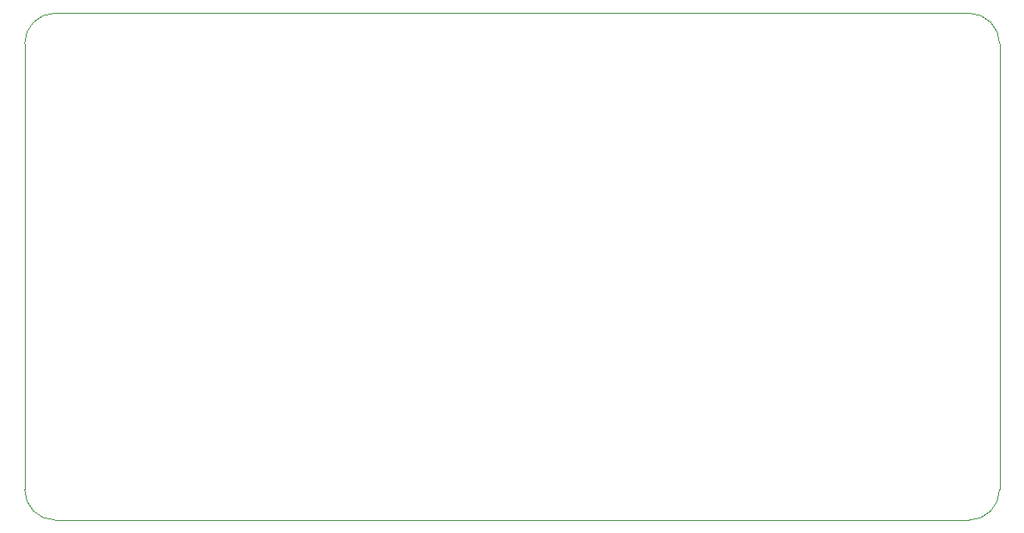
<source format=gbr>
G04 #@! TF.GenerationSoftware,KiCad,Pcbnew,(5.1.5-0-10_14)*
G04 #@! TF.CreationDate,2020-09-12T12:44:00+03:00*
G04 #@! TF.ProjectId,midi_splitter,6d696469-5f73-4706-9c69-747465722e6b,rev?*
G04 #@! TF.SameCoordinates,Original*
G04 #@! TF.FileFunction,Profile,NP*
%FSLAX46Y46*%
G04 Gerber Fmt 4.6, Leading zero omitted, Abs format (unit mm)*
G04 Created by KiCad (PCBNEW (5.1.5-0-10_14)) date 2020-09-12 12:44:00*
%MOMM*%
%LPD*%
G04 APERTURE LIST*
%ADD10C,0.050000*%
G04 APERTURE END LIST*
D10*
X193000000Y-90000000D02*
G75*
G02X196000000Y-93000000I0J-3000000D01*
G01*
X196000000Y-137000000D02*
G75*
G02X193000000Y-140000000I-3000000J0D01*
G01*
X103000000Y-140000000D02*
G75*
G02X100000000Y-137000000I0J3000000D01*
G01*
X100000000Y-93000000D02*
G75*
G02X103000000Y-90000000I3000000J0D01*
G01*
X100000000Y-137000000D02*
X100000000Y-93000000D01*
X193000000Y-140000000D02*
X103000000Y-140000000D01*
X196000000Y-93000000D02*
X196000000Y-137000000D01*
X103000000Y-90000000D02*
X193000000Y-90000000D01*
M02*

</source>
